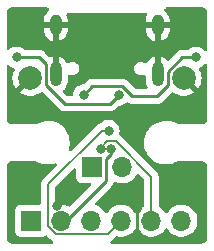
<source format=gbl>
G04 #@! TF.GenerationSoftware,KiCad,Pcbnew,7.0.7*
G04 #@! TF.CreationDate,2024-02-23T22:46:56+01:00*
G04 #@! TF.ProjectId,SL_USB-TypeC-Breakout,534c5f55-5342-42d5-9479-7065432d4272,v1.0*
G04 #@! TF.SameCoordinates,Original*
G04 #@! TF.FileFunction,Copper,L2,Bot*
G04 #@! TF.FilePolarity,Positive*
%FSLAX46Y46*%
G04 Gerber Fmt 4.6, Leading zero omitted, Abs format (unit mm)*
G04 Created by KiCad (PCBNEW 7.0.7) date 2024-02-23 22:46:56*
%MOMM*%
%LPD*%
G01*
G04 APERTURE LIST*
G04 #@! TA.AperFunction,ComponentPad*
%ADD10C,2.000000*%
G04 #@! TD*
G04 #@! TA.AperFunction,ComponentPad*
%ADD11R,1.700000X1.700000*%
G04 #@! TD*
G04 #@! TA.AperFunction,ComponentPad*
%ADD12O,1.700000X1.700000*%
G04 #@! TD*
G04 #@! TA.AperFunction,ComponentPad*
%ADD13O,1.000000X2.100000*%
G04 #@! TD*
G04 #@! TA.AperFunction,ComponentPad*
%ADD14O,1.000000X1.800000*%
G04 #@! TD*
G04 #@! TA.AperFunction,ViaPad*
%ADD15C,0.800000*%
G04 #@! TD*
G04 #@! TA.AperFunction,Conductor*
%ADD16C,0.200000*%
G04 #@! TD*
G04 #@! TA.AperFunction,Conductor*
%ADD17C,0.250000*%
G04 #@! TD*
G04 APERTURE END LIST*
D10*
X92350000Y-55466250D03*
D11*
X97600000Y-63000000D03*
D12*
X100140000Y-63000000D03*
D10*
X105350000Y-55466250D03*
D11*
X92450000Y-67533750D03*
D12*
X94990000Y-67533750D03*
X97530000Y-67533750D03*
X100070000Y-67533750D03*
X102610000Y-67533750D03*
X105150000Y-67533750D03*
D13*
X103150000Y-55146250D03*
D14*
X103150000Y-50966250D03*
D13*
X94510000Y-55146250D03*
D14*
X94510000Y-50966250D03*
D15*
X98999500Y-59899482D03*
X98324500Y-61500000D03*
X94600000Y-66300000D03*
X101400000Y-66500000D03*
X91200000Y-58500000D03*
X101400000Y-68700000D03*
X91100000Y-63400000D03*
X106600000Y-63400000D03*
X106600000Y-58500000D03*
X99174003Y-61500000D03*
X99855814Y-56882401D03*
X91200000Y-53700000D03*
X96875500Y-56895752D03*
X106400000Y-53700000D03*
D16*
X98400518Y-59899482D02*
X93840000Y-64460000D01*
X98999500Y-59899482D02*
X98400518Y-59899482D01*
X94513654Y-68683750D02*
X98920000Y-68683750D01*
X98920000Y-68683750D02*
X100070000Y-67533750D01*
X93840000Y-64460000D02*
X93840000Y-68010096D01*
X93840000Y-68010096D02*
X94513654Y-68683750D01*
X102610000Y-63810000D02*
X102610000Y-67533750D01*
X99600000Y-60800000D02*
X102610000Y-63810000D01*
X98324500Y-61500000D02*
X98324500Y-61359553D01*
X98324500Y-61359553D02*
X98884053Y-60800000D01*
X98884053Y-60800000D02*
X99600000Y-60800000D01*
D17*
X101400000Y-68700000D02*
X101400000Y-66500000D01*
X91200000Y-53700000D02*
X93130476Y-53700000D01*
X99174003Y-61925997D02*
X98775000Y-62325000D01*
X99117463Y-57620752D02*
X99855814Y-56882401D01*
X95267776Y-57620752D02*
X99117463Y-57620752D01*
X93130476Y-53700000D02*
X93685000Y-54254524D01*
X98775000Y-64175000D02*
X95416250Y-67533750D01*
X93685000Y-56037976D02*
X95267776Y-57620752D01*
X98775000Y-62325000D02*
X98775000Y-64175000D01*
X95416250Y-67533750D02*
X94990000Y-67533750D01*
X99174003Y-61500000D02*
X99174003Y-61925997D01*
X93685000Y-54254524D02*
X93685000Y-56037976D01*
X101000000Y-57000000D02*
X100157401Y-56157401D01*
X105242417Y-53700000D02*
X104025000Y-54917417D01*
X103100000Y-57000000D02*
X101000000Y-57000000D01*
X97613851Y-56157401D02*
X96875500Y-56895752D01*
X104025000Y-56075000D02*
X103100000Y-57000000D01*
X104025000Y-54917417D02*
X104025000Y-56075000D01*
X106400000Y-53700000D02*
X105242417Y-53700000D01*
X100157401Y-56157401D02*
X97613851Y-56157401D01*
G04 #@! TA.AperFunction,Conductor*
G36*
X92869550Y-62486435D02*
G01*
X92870916Y-62487325D01*
X92941910Y-62534294D01*
X93187176Y-62649270D01*
X93187183Y-62649272D01*
X93187185Y-62649273D01*
X93446557Y-62727307D01*
X93446564Y-62727308D01*
X93446569Y-62727310D01*
X93714561Y-62766750D01*
X93714566Y-62766750D01*
X93917636Y-62766750D01*
X93969133Y-62762980D01*
X94120156Y-62751927D01*
X94232758Y-62726843D01*
X94384546Y-62693032D01*
X94384549Y-62693030D01*
X94384553Y-62693030D01*
X94427286Y-62676685D01*
X94496934Y-62671122D01*
X94558533Y-62704096D01*
X94592527Y-62765138D01*
X94588122Y-62834869D01*
X94559265Y-62880184D01*
X93440801Y-63998649D01*
X93434698Y-64004000D01*
X93406013Y-64026012D01*
X93381522Y-64057929D01*
X93308476Y-64153123D01*
X93308475Y-64153125D01*
X93273238Y-64238197D01*
X93266266Y-64255030D01*
X93247162Y-64301150D01*
X93236672Y-64380834D01*
X93230957Y-64424241D01*
X93230955Y-64424254D01*
X93226250Y-64460000D01*
X93230969Y-64495843D01*
X93231500Y-64503945D01*
X93231500Y-66051250D01*
X93211815Y-66118289D01*
X93159011Y-66164044D01*
X93107500Y-66175250D01*
X91551345Y-66175250D01*
X91490797Y-66181761D01*
X91490795Y-66181761D01*
X91353795Y-66232861D01*
X91236739Y-66320489D01*
X91149111Y-66437545D01*
X91098011Y-66574545D01*
X91098011Y-66574547D01*
X91091500Y-66635095D01*
X91091500Y-68432404D01*
X91098011Y-68492952D01*
X91098011Y-68492954D01*
X91149110Y-68629954D01*
X91149111Y-68629954D01*
X91236739Y-68747011D01*
X91353796Y-68834639D01*
X91490799Y-68885739D01*
X91518050Y-68888668D01*
X91551345Y-68892249D01*
X91551362Y-68892250D01*
X93348638Y-68892250D01*
X93348654Y-68892249D01*
X93375692Y-68889341D01*
X93409201Y-68885739D01*
X93546204Y-68834639D01*
X93607616Y-68788666D01*
X93673078Y-68764249D01*
X93741352Y-68779100D01*
X93769607Y-68800252D01*
X94052309Y-69082954D01*
X94057650Y-69089044D01*
X94063492Y-69096657D01*
X94079664Y-69117734D01*
X94079665Y-69117735D01*
X94079667Y-69117737D01*
X94095814Y-69130127D01*
X94109938Y-69140965D01*
X94109962Y-69140985D01*
X94172140Y-69188695D01*
X94206778Y-69215274D01*
X94206780Y-69215274D01*
X94206782Y-69215276D01*
X94235542Y-69227189D01*
X94289946Y-69271030D01*
X94312011Y-69337324D01*
X94294732Y-69405023D01*
X94243595Y-69452634D01*
X94188090Y-69465750D01*
X90853482Y-69465750D01*
X90846542Y-69465360D01*
X90824180Y-69462841D01*
X90743921Y-69452243D01*
X90719205Y-69446354D01*
X90696239Y-69438318D01*
X90686110Y-69434774D01*
X90682864Y-69433536D01*
X90627552Y-69410626D01*
X90609034Y-69401060D01*
X90574928Y-69379631D01*
X90570169Y-69376321D01*
X90521516Y-69338992D01*
X90515412Y-69333639D01*
X90482591Y-69300821D01*
X90477239Y-69294718D01*
X90439900Y-69246064D01*
X90436595Y-69241312D01*
X90415162Y-69207208D01*
X90405597Y-69188695D01*
X90383772Y-69136017D01*
X90382674Y-69133366D01*
X90381446Y-69130151D01*
X90369872Y-69097084D01*
X90363975Y-69072328D01*
X90353123Y-68989962D01*
X90350891Y-68970164D01*
X90350500Y-68963212D01*
X90350500Y-62969734D01*
X90350891Y-62962781D01*
X90350940Y-62962344D01*
X90353537Y-62939315D01*
X90363872Y-62860646D01*
X90369775Y-62835844D01*
X90382089Y-62800664D01*
X90383297Y-62797499D01*
X90405326Y-62744327D01*
X90414885Y-62725827D01*
X90437214Y-62690295D01*
X90440504Y-62685567D01*
X90476744Y-62638344D01*
X90482078Y-62632261D01*
X90515998Y-62598344D01*
X90522081Y-62593011D01*
X90569332Y-62556758D01*
X90574020Y-62553497D01*
X90609575Y-62531158D01*
X90628062Y-62521608D01*
X90681231Y-62499586D01*
X90684455Y-62498357D01*
X90719635Y-62486048D01*
X90744397Y-62480152D01*
X90820990Y-62470068D01*
X90846982Y-62467139D01*
X90853928Y-62466750D01*
X92802511Y-62466750D01*
X92869550Y-62486435D01*
G37*
G04 #@! TD.AperFunction*
G04 #@! TA.AperFunction,Conductor*
G36*
X107262693Y-54207944D02*
G01*
X107320742Y-54246831D01*
X107348552Y-54310928D01*
X107349500Y-54326235D01*
X107349500Y-58949067D01*
X107344870Y-58982635D01*
X107344208Y-58984987D01*
X107316382Y-59075033D01*
X107305330Y-59100365D01*
X107288895Y-59128866D01*
X107286438Y-59132782D01*
X107248542Y-59188457D01*
X107234911Y-59205154D01*
X107207649Y-59233174D01*
X107201941Y-59238355D01*
X107147954Y-59281551D01*
X107141646Y-59285986D01*
X107108323Y-59306438D01*
X107089045Y-59316073D01*
X107026428Y-59340827D01*
X107022066Y-59342366D01*
X106990686Y-59352138D01*
X106963495Y-59357367D01*
X106867410Y-59364887D01*
X106858614Y-59365356D01*
X106854356Y-59365582D01*
X106846718Y-59365519D01*
X106822429Y-59363815D01*
X106821257Y-59364361D01*
X106802751Y-59365750D01*
X104897489Y-59365750D01*
X104830450Y-59346065D01*
X104829070Y-59345166D01*
X104821491Y-59340152D01*
X104807756Y-59331064D01*
X104758092Y-59298207D01*
X104730348Y-59285201D01*
X104512824Y-59183230D01*
X104512819Y-59183228D01*
X104512814Y-59183226D01*
X104253442Y-59105192D01*
X104253428Y-59105189D01*
X104137791Y-59088171D01*
X103985439Y-59065750D01*
X103782369Y-59065750D01*
X103782364Y-59065750D01*
X103579844Y-59080573D01*
X103579831Y-59080575D01*
X103315453Y-59139467D01*
X103315446Y-59139470D01*
X103062439Y-59236237D01*
X102826226Y-59368807D01*
X102826224Y-59368808D01*
X102826223Y-59368809D01*
X102763893Y-59416938D01*
X102611822Y-59534362D01*
X102423822Y-59729359D01*
X102423816Y-59729366D01*
X102266202Y-59949669D01*
X102266199Y-59949674D01*
X102142350Y-60190559D01*
X102142343Y-60190577D01*
X102054884Y-60446935D01*
X102054881Y-60446949D01*
X102005681Y-60713318D01*
X102005680Y-60713325D01*
X101995787Y-60984013D01*
X102025413Y-61253263D01*
X102025415Y-61253274D01*
X102093926Y-61515332D01*
X102093928Y-61515338D01*
X102199870Y-61764640D01*
X102272000Y-61882829D01*
X102340979Y-61995855D01*
X102340986Y-61995865D01*
X102514253Y-62204069D01*
X102514259Y-62204074D01*
X102715998Y-62384832D01*
X102941910Y-62534294D01*
X103187176Y-62649270D01*
X103187183Y-62649272D01*
X103187185Y-62649273D01*
X103446557Y-62727307D01*
X103446564Y-62727308D01*
X103446569Y-62727310D01*
X103714561Y-62766750D01*
X103714566Y-62766750D01*
X103917636Y-62766750D01*
X103969133Y-62762980D01*
X104120156Y-62751927D01*
X104232758Y-62726843D01*
X104384546Y-62693032D01*
X104384548Y-62693031D01*
X104384553Y-62693030D01*
X104637558Y-62596264D01*
X104840055Y-62482616D01*
X104900744Y-62466750D01*
X106846516Y-62466750D01*
X106853460Y-62467140D01*
X106855853Y-62467409D01*
X106875866Y-62469664D01*
X106956079Y-62480255D01*
X106980785Y-62486142D01*
X107013929Y-62497738D01*
X107017094Y-62498946D01*
X107072450Y-62521874D01*
X107090959Y-62531435D01*
X107104309Y-62539823D01*
X107125070Y-62552867D01*
X107129829Y-62556177D01*
X107178482Y-62593506D01*
X107184586Y-62598859D01*
X107217407Y-62631677D01*
X107222759Y-62637780D01*
X107260098Y-62686434D01*
X107263409Y-62691194D01*
X107284834Y-62725287D01*
X107294401Y-62743803D01*
X107317320Y-62799121D01*
X107318561Y-62802371D01*
X107330125Y-62835413D01*
X107336025Y-62860179D01*
X107346874Y-62942527D01*
X107349109Y-62962344D01*
X107349500Y-62969298D01*
X107349500Y-68962765D01*
X107349109Y-68969720D01*
X107346467Y-68993138D01*
X107336126Y-69071847D01*
X107330222Y-69096657D01*
X107317929Y-69131780D01*
X107316688Y-69135031D01*
X107294673Y-69188167D01*
X107285106Y-69206683D01*
X107262796Y-69242184D01*
X107259485Y-69246943D01*
X107223263Y-69294143D01*
X107217910Y-69300247D01*
X107184013Y-69334141D01*
X107177910Y-69339492D01*
X107130699Y-69375717D01*
X107125938Y-69379028D01*
X107090441Y-69401330D01*
X107071923Y-69410896D01*
X107018792Y-69432901D01*
X107015543Y-69434141D01*
X106980361Y-69446451D01*
X106955597Y-69452347D01*
X106878977Y-69462435D01*
X106871100Y-69463322D01*
X106853012Y-69465360D01*
X106846075Y-69465750D01*
X99245564Y-69465750D01*
X99178525Y-69446065D01*
X99132770Y-69393261D01*
X99122826Y-69324103D01*
X99151851Y-69260547D01*
X99198112Y-69227189D01*
X99226871Y-69215276D01*
X99226872Y-69215276D01*
X99226872Y-69215275D01*
X99226876Y-69215274D01*
X99322072Y-69142227D01*
X99322073Y-69142225D01*
X99330164Y-69136017D01*
X99330171Y-69136011D01*
X99337840Y-69130127D01*
X99353987Y-69117737D01*
X99376010Y-69089035D01*
X99381338Y-69082959D01*
X99586640Y-68877657D01*
X99647961Y-68844174D01*
X99714584Y-68848059D01*
X99735365Y-68855194D01*
X99957431Y-68892250D01*
X100182569Y-68892250D01*
X100404635Y-68855194D01*
X100617574Y-68782092D01*
X100815576Y-68674939D01*
X100993240Y-68536656D01*
X101145722Y-68371018D01*
X101236193Y-68232541D01*
X101289336Y-68187187D01*
X101358567Y-68177763D01*
X101421903Y-68207265D01*
X101443807Y-68232543D01*
X101534276Y-68371015D01*
X101534284Y-68371026D01*
X101686756Y-68536652D01*
X101686760Y-68536656D01*
X101864424Y-68674939D01*
X101864425Y-68674939D01*
X101864427Y-68674941D01*
X101941481Y-68716640D01*
X102062426Y-68782092D01*
X102275365Y-68855194D01*
X102497431Y-68892250D01*
X102722569Y-68892250D01*
X102944635Y-68855194D01*
X103157574Y-68782092D01*
X103355576Y-68674939D01*
X103533240Y-68536656D01*
X103685722Y-68371018D01*
X103776193Y-68232540D01*
X103829338Y-68187187D01*
X103898569Y-68177763D01*
X103961905Y-68207265D01*
X103983804Y-68232537D01*
X104074278Y-68371018D01*
X104074283Y-68371023D01*
X104074284Y-68371026D01*
X104226756Y-68536652D01*
X104226760Y-68536656D01*
X104404424Y-68674939D01*
X104404425Y-68674939D01*
X104404427Y-68674941D01*
X104481481Y-68716640D01*
X104602426Y-68782092D01*
X104815365Y-68855194D01*
X105037431Y-68892250D01*
X105262569Y-68892250D01*
X105484635Y-68855194D01*
X105697574Y-68782092D01*
X105895576Y-68674939D01*
X106073240Y-68536656D01*
X106225722Y-68371018D01*
X106348860Y-68182541D01*
X106439296Y-67976366D01*
X106494564Y-67758118D01*
X106513156Y-67533750D01*
X106494564Y-67309382D01*
X106439296Y-67091134D01*
X106348860Y-66884959D01*
X106332706Y-66860234D01*
X106225723Y-66696484D01*
X106225715Y-66696473D01*
X106073243Y-66530847D01*
X106073238Y-66530842D01*
X105895577Y-66392562D01*
X105895572Y-66392558D01*
X105697580Y-66285411D01*
X105697577Y-66285409D01*
X105697574Y-66285408D01*
X105697571Y-66285407D01*
X105697569Y-66285406D01*
X105484637Y-66212306D01*
X105262569Y-66175250D01*
X105037431Y-66175250D01*
X104815362Y-66212306D01*
X104602430Y-66285406D01*
X104602419Y-66285411D01*
X104404427Y-66392558D01*
X104404422Y-66392562D01*
X104226761Y-66530842D01*
X104226756Y-66530847D01*
X104074284Y-66696473D01*
X104074276Y-66696484D01*
X103983808Y-66834956D01*
X103930662Y-66880312D01*
X103861431Y-66889736D01*
X103798095Y-66860234D01*
X103776192Y-66834956D01*
X103685723Y-66696484D01*
X103685715Y-66696473D01*
X103533243Y-66530847D01*
X103533238Y-66530842D01*
X103355577Y-66392562D01*
X103355578Y-66392562D01*
X103355576Y-66392561D01*
X103345742Y-66387239D01*
X103283481Y-66353544D01*
X103233891Y-66304324D01*
X103218500Y-66244490D01*
X103218500Y-63853945D01*
X103219031Y-63845843D01*
X103220161Y-63837265D01*
X103223750Y-63810000D01*
X103218766Y-63772148D01*
X103218765Y-63772129D01*
X103218500Y-63770115D01*
X103202838Y-63651150D01*
X103177088Y-63588982D01*
X103141524Y-63503124D01*
X103120284Y-63475444D01*
X103067235Y-63406308D01*
X103067215Y-63406284D01*
X103062311Y-63399894D01*
X103043987Y-63376013D01*
X103043985Y-63376011D01*
X103043984Y-63376010D01*
X103027939Y-63363699D01*
X103015293Y-63353995D01*
X103009203Y-63348654D01*
X100061354Y-60400804D01*
X100056001Y-60394702D01*
X100054580Y-60392850D01*
X100033987Y-60366013D01*
X100002074Y-60341525D01*
X100002072Y-60341523D01*
X99918755Y-60277591D01*
X99877553Y-60221162D01*
X99873399Y-60151416D01*
X99876308Y-60140909D01*
X99893042Y-60089410D01*
X99913004Y-59899482D01*
X99893042Y-59709554D01*
X99834027Y-59527926D01*
X99738540Y-59362538D01*
X99610753Y-59220616D01*
X99456252Y-59108364D01*
X99281788Y-59030688D01*
X99281786Y-59030687D01*
X99094987Y-58990982D01*
X98904013Y-58990982D01*
X98717214Y-59030687D01*
X98717211Y-59030688D01*
X98717212Y-59030688D01*
X98549873Y-59105192D01*
X98542746Y-59108365D01*
X98388245Y-59220617D01*
X98350691Y-59262325D01*
X98291204Y-59298973D01*
X98274729Y-59302291D01*
X98241668Y-59306644D01*
X98093641Y-59367958D01*
X98067836Y-59387760D01*
X97998446Y-59441005D01*
X97998443Y-59441007D01*
X97989763Y-59447668D01*
X97966528Y-59465497D01*
X97944514Y-59494185D01*
X97939163Y-59500287D01*
X95810793Y-61628656D01*
X95749470Y-61662141D01*
X95679778Y-61657157D01*
X95623845Y-61615285D01*
X95599428Y-61549821D01*
X95605753Y-61500941D01*
X95645118Y-61385555D01*
X95694319Y-61119183D01*
X95704212Y-60848485D01*
X95674586Y-60579232D01*
X95606072Y-60317162D01*
X95500130Y-60067860D01*
X95359018Y-59836640D01*
X95269747Y-59729369D01*
X95185746Y-59628430D01*
X95185740Y-59628425D01*
X94984002Y-59447668D01*
X94758092Y-59298207D01*
X94730348Y-59285201D01*
X94512824Y-59183230D01*
X94512819Y-59183228D01*
X94512814Y-59183226D01*
X94253442Y-59105192D01*
X94253428Y-59105189D01*
X94137791Y-59088171D01*
X93985439Y-59065750D01*
X93782369Y-59065750D01*
X93782364Y-59065750D01*
X93579844Y-59080573D01*
X93579831Y-59080575D01*
X93315453Y-59139467D01*
X93315446Y-59139470D01*
X93062439Y-59236237D01*
X92859944Y-59349884D01*
X92799256Y-59365750D01*
X90897254Y-59365750D01*
X90888551Y-59363194D01*
X90853778Y-59365498D01*
X90846148Y-59365533D01*
X90830221Y-59364626D01*
X90736689Y-59356951D01*
X90709714Y-59351680D01*
X90677867Y-59341689D01*
X90673534Y-59340152D01*
X90611395Y-59315467D01*
X90592243Y-59305868D01*
X90558619Y-59285201D01*
X90552349Y-59280791D01*
X90498693Y-59237870D01*
X90493017Y-59232723D01*
X90465472Y-59204461D01*
X90451901Y-59187885D01*
X90418808Y-59139467D01*
X90414159Y-59132665D01*
X90411726Y-59128805D01*
X90394994Y-59099945D01*
X90383919Y-59074752D01*
X90357731Y-58990982D01*
X90356147Y-58985915D01*
X90350500Y-58948919D01*
X90350500Y-54437296D01*
X90370185Y-54370257D01*
X90422989Y-54324502D01*
X90492147Y-54314558D01*
X90555703Y-54343583D01*
X90566644Y-54354318D01*
X90588747Y-54378866D01*
X90743248Y-54491118D01*
X90917712Y-54568794D01*
X90932500Y-54571937D01*
X90940764Y-54573694D01*
X91002246Y-54606886D01*
X91036022Y-54668049D01*
X91031370Y-54737764D01*
X91028074Y-54745073D01*
X91028328Y-54745185D01*
X90926412Y-54977532D01*
X90865387Y-55218511D01*
X90865385Y-55218520D01*
X90844858Y-55466244D01*
X90844858Y-55466255D01*
X90865385Y-55713979D01*
X90865387Y-55713988D01*
X90926412Y-55954967D01*
X91026266Y-56182614D01*
X91126564Y-56336132D01*
X91741050Y-55721645D01*
X91802373Y-55688160D01*
X91872064Y-55693144D01*
X91927998Y-55735015D01*
X91933039Y-55742275D01*
X91942117Y-55756401D01*
X91968239Y-55797048D01*
X92083602Y-55897009D01*
X92081293Y-55899672D01*
X92116006Y-55939749D01*
X92125935Y-56008910D01*
X92096898Y-56072460D01*
X92090882Y-56078919D01*
X91479942Y-56689859D01*
X91526768Y-56726305D01*
X91526770Y-56726306D01*
X91745385Y-56844614D01*
X91745396Y-56844619D01*
X91980506Y-56925333D01*
X92225707Y-56966250D01*
X92474293Y-56966250D01*
X92719493Y-56925333D01*
X92954603Y-56844619D01*
X92954614Y-56844614D01*
X93173228Y-56726307D01*
X93173231Y-56726305D01*
X93257873Y-56660425D01*
X93322867Y-56634782D01*
X93391407Y-56648348D01*
X93421717Y-56670597D01*
X94760686Y-58009566D01*
X94770592Y-58021930D01*
X94770802Y-58021757D01*
X94775777Y-58027771D01*
X94826870Y-58075751D01*
X94848001Y-58096881D01*
X94848006Y-58096886D01*
X94853578Y-58101208D01*
X94858018Y-58105001D01*
X94892454Y-58137338D01*
X94910343Y-58147172D01*
X94926609Y-58157856D01*
X94942735Y-58170365D01*
X94986074Y-58189119D01*
X94991321Y-58191689D01*
X95032716Y-58214447D01*
X95052494Y-58219525D01*
X95070895Y-58225825D01*
X95089631Y-58233933D01*
X95134138Y-58240981D01*
X95136279Y-58241321D01*
X95141988Y-58242503D01*
X95187746Y-58254252D01*
X95208160Y-58254252D01*
X95227559Y-58255779D01*
X95247719Y-58258972D01*
X95294741Y-58254527D01*
X95300580Y-58254252D01*
X99033829Y-58254252D01*
X99049576Y-58255990D01*
X99049602Y-58255720D01*
X99057368Y-58256453D01*
X99057372Y-58256454D01*
X99127421Y-58254252D01*
X99157319Y-58254252D01*
X99157320Y-58254252D01*
X99158685Y-58254079D01*
X99164325Y-58253366D01*
X99170148Y-58252908D01*
X99196171Y-58252090D01*
X99217353Y-58251425D01*
X99227144Y-58248579D01*
X99236944Y-58245732D01*
X99256001Y-58241784D01*
X99276260Y-58239226D01*
X99320184Y-58221834D01*
X99325684Y-58219951D01*
X99371056Y-58206770D01*
X99388628Y-58196377D01*
X99406095Y-58187820D01*
X99425080Y-58180304D01*
X99463289Y-58152542D01*
X99468167Y-58149337D01*
X99508825Y-58125294D01*
X99523265Y-58110852D01*
X99538055Y-58098222D01*
X99554570Y-58086224D01*
X99584677Y-58049830D01*
X99588599Y-58045518D01*
X99806898Y-57827220D01*
X99868222Y-57793735D01*
X99894580Y-57790901D01*
X99951301Y-57790901D01*
X100138102Y-57751195D01*
X100312566Y-57673519D01*
X100467067Y-57561267D01*
X100480399Y-57546460D01*
X100539882Y-57509811D01*
X100609739Y-57511139D01*
X100632279Y-57520765D01*
X100642558Y-57526415D01*
X100658829Y-57537102D01*
X100674960Y-57549615D01*
X100696838Y-57559081D01*
X100718307Y-57568371D01*
X100723533Y-57570931D01*
X100764940Y-57593695D01*
X100784716Y-57598772D01*
X100803124Y-57605075D01*
X100821850Y-57613179D01*
X100821852Y-57613180D01*
X100821853Y-57613180D01*
X100821855Y-57613181D01*
X100862784Y-57619663D01*
X100868503Y-57620569D01*
X100874212Y-57621751D01*
X100919970Y-57633500D01*
X100940384Y-57633500D01*
X100959783Y-57635027D01*
X100979943Y-57638220D01*
X101026965Y-57633775D01*
X101032804Y-57633500D01*
X103016366Y-57633500D01*
X103032113Y-57635238D01*
X103032139Y-57634968D01*
X103039905Y-57635701D01*
X103039909Y-57635702D01*
X103109958Y-57633500D01*
X103139856Y-57633500D01*
X103139857Y-57633500D01*
X103141222Y-57633327D01*
X103146862Y-57632614D01*
X103152685Y-57632156D01*
X103178708Y-57631338D01*
X103199890Y-57630673D01*
X103209681Y-57627827D01*
X103219481Y-57624980D01*
X103238538Y-57621032D01*
X103258797Y-57618474D01*
X103302721Y-57601082D01*
X103308221Y-57599199D01*
X103353593Y-57586018D01*
X103371165Y-57575625D01*
X103388632Y-57567068D01*
X103407617Y-57559552D01*
X103445826Y-57531790D01*
X103450704Y-57528585D01*
X103491362Y-57504542D01*
X103505802Y-57490100D01*
X103520592Y-57477470D01*
X103537107Y-57465472D01*
X103567222Y-57429067D01*
X103571136Y-57424766D01*
X104304727Y-56691175D01*
X104366046Y-56657693D01*
X104435737Y-56662677D01*
X104468567Y-56681006D01*
X104526763Y-56726302D01*
X104526768Y-56726305D01*
X104745385Y-56844614D01*
X104745396Y-56844619D01*
X104980506Y-56925333D01*
X105225707Y-56966250D01*
X105474293Y-56966250D01*
X105719493Y-56925333D01*
X105954603Y-56844619D01*
X105954614Y-56844614D01*
X106173228Y-56726307D01*
X106173231Y-56726305D01*
X106220056Y-56689859D01*
X105609116Y-56078919D01*
X105575631Y-56017596D01*
X105580615Y-55947904D01*
X105617641Y-55898443D01*
X105616398Y-55897009D01*
X105623100Y-55891202D01*
X105731761Y-55797048D01*
X105766954Y-55742287D01*
X105819755Y-55696533D01*
X105888914Y-55686589D01*
X105952470Y-55715613D01*
X105958949Y-55721646D01*
X106573434Y-56336132D01*
X106673731Y-56182619D01*
X106773587Y-55954967D01*
X106834612Y-55713988D01*
X106834614Y-55713979D01*
X106855141Y-55466255D01*
X106855141Y-55466244D01*
X106834614Y-55218520D01*
X106834612Y-55218511D01*
X106773587Y-54977532D01*
X106673732Y-54749882D01*
X106663639Y-54734433D01*
X106643451Y-54667544D01*
X106662632Y-54600358D01*
X106715091Y-54554208D01*
X106716869Y-54553397D01*
X106856752Y-54491118D01*
X107011253Y-54378866D01*
X107133350Y-54243262D01*
X107192836Y-54206614D01*
X107262693Y-54207944D01*
G37*
G04 #@! TD.AperFunction*
G04 #@! TA.AperFunction,Conductor*
G36*
X101521007Y-63586145D02*
G01*
X101543229Y-63603778D01*
X101965181Y-64025729D01*
X101998666Y-64087052D01*
X102001500Y-64113410D01*
X102001500Y-66244490D01*
X101981815Y-66311529D01*
X101936519Y-66353544D01*
X101864427Y-66392559D01*
X101864422Y-66392562D01*
X101686761Y-66530842D01*
X101686756Y-66530847D01*
X101534284Y-66696473D01*
X101534276Y-66696484D01*
X101443807Y-66834956D01*
X101390660Y-66880313D01*
X101321429Y-66889736D01*
X101258093Y-66860233D01*
X101236191Y-66834956D01*
X101145722Y-66696482D01*
X101145717Y-66696477D01*
X101145715Y-66696473D01*
X100993243Y-66530847D01*
X100993238Y-66530842D01*
X100815577Y-66392562D01*
X100815572Y-66392558D01*
X100617580Y-66285411D01*
X100617577Y-66285409D01*
X100617574Y-66285408D01*
X100617571Y-66285407D01*
X100617569Y-66285406D01*
X100404637Y-66212306D01*
X100182569Y-66175250D01*
X99957431Y-66175250D01*
X99735362Y-66212306D01*
X99522430Y-66285406D01*
X99522419Y-66285411D01*
X99324427Y-66392558D01*
X99324422Y-66392562D01*
X99146761Y-66530842D01*
X99146756Y-66530847D01*
X98994284Y-66696473D01*
X98994276Y-66696484D01*
X98903808Y-66834956D01*
X98850662Y-66880312D01*
X98781431Y-66889736D01*
X98718095Y-66860234D01*
X98696192Y-66834956D01*
X98605723Y-66696484D01*
X98605715Y-66696473D01*
X98453243Y-66530847D01*
X98453238Y-66530842D01*
X98275577Y-66392562D01*
X98275572Y-66392558D01*
X98077580Y-66285411D01*
X98077577Y-66285409D01*
X98077574Y-66285408D01*
X98077571Y-66285407D01*
X98077569Y-66285406D01*
X97880523Y-66217760D01*
X97823508Y-66177375D01*
X97797377Y-66112575D01*
X97810428Y-66043935D01*
X97833102Y-66012801D01*
X99163817Y-64682086D01*
X99176178Y-64672185D01*
X99176004Y-64671975D01*
X99182013Y-64667002D01*
X99182018Y-64667000D01*
X99229983Y-64615921D01*
X99251135Y-64594770D01*
X99255461Y-64589192D01*
X99259250Y-64584755D01*
X99291586Y-64550321D01*
X99301419Y-64532432D01*
X99312102Y-64516169D01*
X99324614Y-64500041D01*
X99343371Y-64456691D01*
X99345941Y-64451447D01*
X99368693Y-64410064D01*
X99368693Y-64410063D01*
X99368695Y-64410060D01*
X99373774Y-64390273D01*
X99380070Y-64371885D01*
X99388181Y-64353145D01*
X99392186Y-64327851D01*
X99422115Y-64264718D01*
X99481426Y-64227787D01*
X99551289Y-64228783D01*
X99573674Y-64238194D01*
X99589173Y-64246581D01*
X99592418Y-64248338D01*
X99592426Y-64248342D01*
X99805365Y-64321444D01*
X100027431Y-64358500D01*
X100252569Y-64358500D01*
X100474635Y-64321444D01*
X100687574Y-64248342D01*
X100885576Y-64141189D01*
X101063240Y-64002906D01*
X101215722Y-63837268D01*
X101338860Y-63648791D01*
X101341991Y-63641652D01*
X101386944Y-63588166D01*
X101453679Y-63567473D01*
X101521007Y-63586145D01*
G37*
G04 #@! TD.AperFunction*
G04 #@! TA.AperFunction,Conductor*
G36*
X96160833Y-63102229D02*
G01*
X96216766Y-63144101D01*
X96241183Y-63209565D01*
X96241499Y-63218411D01*
X96241499Y-63898637D01*
X96241500Y-63898654D01*
X96248011Y-63959202D01*
X96248011Y-63959204D01*
X96284835Y-64057929D01*
X96299111Y-64096204D01*
X96386739Y-64213261D01*
X96503796Y-64300889D01*
X96640799Y-64351989D01*
X96668050Y-64354918D01*
X96701345Y-64358499D01*
X96701362Y-64358500D01*
X97396234Y-64358500D01*
X97463273Y-64378185D01*
X97509028Y-64430989D01*
X97518972Y-64500147D01*
X97489947Y-64563703D01*
X97483915Y-64570181D01*
X95752913Y-66301180D01*
X95691590Y-66334665D01*
X95621898Y-66329681D01*
X95606215Y-66322554D01*
X95537580Y-66285411D01*
X95537577Y-66285409D01*
X95537574Y-66285408D01*
X95537571Y-66285407D01*
X95537569Y-66285406D01*
X95324637Y-66212306D01*
X95102569Y-66175250D01*
X94877431Y-66175250D01*
X94655363Y-66212306D01*
X94612761Y-66226931D01*
X94542963Y-66230080D01*
X94482542Y-66194993D01*
X94450682Y-66132810D01*
X94448500Y-66109649D01*
X94448500Y-64763411D01*
X94468185Y-64696372D01*
X94484819Y-64675730D01*
X95201348Y-63959201D01*
X96029820Y-63130728D01*
X96091141Y-63097245D01*
X96160833Y-63102229D01*
G37*
G04 #@! TD.AperFunction*
G04 #@! TA.AperFunction,Conductor*
G36*
X93865469Y-49486435D02*
G01*
X93886110Y-49503068D01*
X93944361Y-49561319D01*
X93977847Y-49622641D01*
X93972863Y-49692333D01*
X93930992Y-49748266D01*
X93922275Y-49754230D01*
X93894737Y-49771394D01*
X93894737Y-49771395D01*
X93747331Y-49911514D01*
X93747330Y-49911516D01*
X93631143Y-50078445D01*
X93550940Y-50265342D01*
X93510000Y-50464559D01*
X93510000Y-50716250D01*
X94086000Y-50716250D01*
X94153039Y-50735935D01*
X94198794Y-50788739D01*
X94210000Y-50840250D01*
X94210000Y-51092250D01*
X94190315Y-51159289D01*
X94137511Y-51205044D01*
X94086000Y-51216250D01*
X93510000Y-51216250D01*
X93510000Y-51416963D01*
X93525418Y-51568588D01*
X93586299Y-51762631D01*
X93586304Y-51762641D01*
X93685005Y-51940465D01*
X93685005Y-51940466D01*
X93817478Y-52094780D01*
X93817479Y-52094781D01*
X93978304Y-52219268D01*
X94160907Y-52308839D01*
X94260000Y-52334494D01*
X94260000Y-51771228D01*
X94279685Y-51704189D01*
X94332489Y-51658434D01*
X94401647Y-51648490D01*
X94417926Y-51651959D01*
X94481840Y-51670145D01*
X94593521Y-51659796D01*
X94593526Y-51659793D01*
X94602063Y-51657365D01*
X94671930Y-51657951D01*
X94730390Y-51696216D01*
X94758881Y-51760013D01*
X94760000Y-51776631D01*
X94760000Y-52339616D01*
X94761944Y-52339319D01*
X94761945Y-52339319D01*
X94952660Y-52268686D01*
X94952664Y-52268684D01*
X95125267Y-52161100D01*
X95272668Y-52020985D01*
X95272669Y-52020983D01*
X95388856Y-51854054D01*
X95469059Y-51667157D01*
X95510000Y-51467940D01*
X95510000Y-51216250D01*
X94934000Y-51216250D01*
X94866961Y-51196565D01*
X94821206Y-51143761D01*
X94810000Y-51092250D01*
X94810000Y-50840250D01*
X94829685Y-50773211D01*
X94882489Y-50727456D01*
X94934000Y-50716250D01*
X95510000Y-50716250D01*
X95510000Y-50515536D01*
X95494581Y-50363911D01*
X95433700Y-50169868D01*
X95433695Y-50169856D01*
X95423188Y-50150926D01*
X95407866Y-50082758D01*
X95431831Y-50017126D01*
X95487474Y-49974870D01*
X95531608Y-49966750D01*
X102130928Y-49966750D01*
X102197967Y-49986435D01*
X102243722Y-50039239D01*
X102253666Y-50108397D01*
X102244879Y-50139650D01*
X102190940Y-50265342D01*
X102150000Y-50464559D01*
X102150000Y-50716250D01*
X102726000Y-50716250D01*
X102793039Y-50735935D01*
X102838794Y-50788739D01*
X102850000Y-50840250D01*
X102850000Y-51092250D01*
X102830315Y-51159289D01*
X102777511Y-51205044D01*
X102726000Y-51216250D01*
X102150000Y-51216250D01*
X102150000Y-51416963D01*
X102165418Y-51568588D01*
X102226299Y-51762631D01*
X102226304Y-51762641D01*
X102325005Y-51940465D01*
X102325005Y-51940466D01*
X102457478Y-52094780D01*
X102457479Y-52094781D01*
X102618304Y-52219268D01*
X102800907Y-52308839D01*
X102900000Y-52334494D01*
X102900000Y-51771228D01*
X102919685Y-51704189D01*
X102972489Y-51658434D01*
X103041647Y-51648490D01*
X103057926Y-51651959D01*
X103121840Y-51670145D01*
X103233521Y-51659796D01*
X103233526Y-51659793D01*
X103242063Y-51657365D01*
X103311930Y-51657951D01*
X103370390Y-51696216D01*
X103398881Y-51760013D01*
X103400000Y-51776631D01*
X103400000Y-52339616D01*
X103401944Y-52339319D01*
X103401945Y-52339319D01*
X103592660Y-52268686D01*
X103592664Y-52268684D01*
X103765267Y-52161100D01*
X103912668Y-52020985D01*
X103912669Y-52020983D01*
X104028856Y-51854054D01*
X104109059Y-51667157D01*
X104150000Y-51467940D01*
X104150000Y-51216250D01*
X103574000Y-51216250D01*
X103506961Y-51196565D01*
X103461206Y-51143761D01*
X103450000Y-51092250D01*
X103450000Y-50840250D01*
X103469685Y-50773211D01*
X103522489Y-50727456D01*
X103574000Y-50716250D01*
X104150000Y-50716250D01*
X104150000Y-50515536D01*
X104134581Y-50363911D01*
X104073700Y-50169868D01*
X104073695Y-50169858D01*
X103974994Y-49992034D01*
X103974994Y-49992033D01*
X103842521Y-49837719D01*
X103842520Y-49837718D01*
X103749081Y-49765392D01*
X103708117Y-49708791D01*
X103704256Y-49639028D01*
X103737298Y-49579658D01*
X103813890Y-49503066D01*
X103875212Y-49469584D01*
X103901569Y-49466750D01*
X106846516Y-49466750D01*
X106853460Y-49467140D01*
X106855853Y-49467409D01*
X106875866Y-49469664D01*
X106956079Y-49480255D01*
X106980785Y-49486142D01*
X107013929Y-49497738D01*
X107017094Y-49498946D01*
X107072450Y-49521874D01*
X107090959Y-49531435D01*
X107104309Y-49539823D01*
X107125070Y-49552867D01*
X107129829Y-49556177D01*
X107178482Y-49593506D01*
X107184586Y-49598859D01*
X107217407Y-49631677D01*
X107222759Y-49637780D01*
X107260098Y-49686434D01*
X107263409Y-49691194D01*
X107284834Y-49725287D01*
X107294401Y-49743803D01*
X107317320Y-49799121D01*
X107318561Y-49802371D01*
X107330125Y-49835413D01*
X107336025Y-49860179D01*
X107346874Y-49942531D01*
X107349109Y-49962350D01*
X107349499Y-49969300D01*
X107349500Y-53073764D01*
X107329815Y-53140803D01*
X107277011Y-53186558D01*
X107207853Y-53196502D01*
X107144297Y-53167477D01*
X107133350Y-53156736D01*
X107011254Y-53021135D01*
X106856753Y-52908883D01*
X106856752Y-52908882D01*
X106682288Y-52831206D01*
X106682286Y-52831205D01*
X106495487Y-52791500D01*
X106304513Y-52791500D01*
X106117714Y-52831205D01*
X105943246Y-52908883D01*
X105788745Y-53021135D01*
X105784840Y-53025473D01*
X105725354Y-53062121D01*
X105692691Y-53066500D01*
X105326049Y-53066500D01*
X105310297Y-53064760D01*
X105310272Y-53065032D01*
X105302510Y-53064298D01*
X105302509Y-53064298D01*
X105232446Y-53066500D01*
X105202561Y-53066500D01*
X105202558Y-53066500D01*
X105202546Y-53066501D01*
X105195554Y-53067384D01*
X105189737Y-53067841D01*
X105142528Y-53069325D01*
X105142526Y-53069326D01*
X105122913Y-53075023D01*
X105103876Y-53078965D01*
X105083625Y-53081524D01*
X105083619Y-53081526D01*
X105039716Y-53098907D01*
X105034192Y-53100798D01*
X104988823Y-53113981D01*
X104988818Y-53113983D01*
X104971244Y-53124376D01*
X104953779Y-53132932D01*
X104934804Y-53140445D01*
X104934802Y-53140446D01*
X104896593Y-53168206D01*
X104891711Y-53171412D01*
X104851052Y-53195458D01*
X104836617Y-53209894D01*
X104821829Y-53222525D01*
X104805311Y-53234526D01*
X104805305Y-53234532D01*
X104775197Y-53270925D01*
X104771266Y-53275246D01*
X104092463Y-53954046D01*
X104031140Y-53987531D01*
X103961448Y-53982547D01*
X103910695Y-53947135D01*
X103842517Y-53867716D01*
X103681695Y-53743231D01*
X103499093Y-53653661D01*
X103399999Y-53628003D01*
X103400000Y-54191271D01*
X103380315Y-54258310D01*
X103327511Y-54304065D01*
X103258353Y-54314009D01*
X103242066Y-54310537D01*
X103178162Y-54292355D01*
X103178162Y-54292354D01*
X103066478Y-54302703D01*
X103057929Y-54305136D01*
X102988061Y-54304546D01*
X102929604Y-54266277D01*
X102901117Y-54202479D01*
X102899999Y-54185868D01*
X102899999Y-53622883D01*
X102899998Y-53622882D01*
X102898063Y-53623179D01*
X102898049Y-53623182D01*
X102707342Y-53693812D01*
X102707335Y-53693815D01*
X102534732Y-53801399D01*
X102387331Y-53941514D01*
X102387330Y-53941516D01*
X102271143Y-54108446D01*
X102258076Y-54138895D01*
X102213548Y-54192738D01*
X102146980Y-54213960D01*
X102079505Y-54195824D01*
X102068640Y-54188369D01*
X102010233Y-54143552D01*
X102010230Y-54143550D01*
X101894776Y-54095728D01*
X101870236Y-54085563D01*
X101856171Y-54083711D01*
X101757727Y-54070750D01*
X101757720Y-54070750D01*
X101682280Y-54070750D01*
X101682272Y-54070750D01*
X101569764Y-54085563D01*
X101569763Y-54085563D01*
X101429770Y-54143550D01*
X101429767Y-54143551D01*
X101429767Y-54143552D01*
X101309549Y-54235799D01*
X101218601Y-54354325D01*
X101217300Y-54356020D01*
X101159313Y-54496013D01*
X101159312Y-54496015D01*
X101139534Y-54646249D01*
X101139534Y-54646250D01*
X101159312Y-54796484D01*
X101159313Y-54796486D01*
X101201096Y-54897360D01*
X101217302Y-54936483D01*
X101309549Y-55056701D01*
X101429767Y-55148948D01*
X101569764Y-55206937D01*
X101682280Y-55221750D01*
X101682287Y-55221750D01*
X101757713Y-55221750D01*
X101757720Y-55221750D01*
X101870236Y-55206937D01*
X101978546Y-55162073D01*
X102048017Y-55154604D01*
X102110496Y-55185879D01*
X102146148Y-55245968D01*
X102150000Y-55276634D01*
X102150000Y-55746963D01*
X102165418Y-55898588D01*
X102226299Y-56092631D01*
X102226304Y-56092641D01*
X102276081Y-56182322D01*
X102291404Y-56250491D01*
X102267440Y-56316123D01*
X102211798Y-56358379D01*
X102167662Y-56366500D01*
X101313766Y-56366500D01*
X101246727Y-56346815D01*
X101226085Y-56330181D01*
X100664492Y-55768588D01*
X100654589Y-55756226D01*
X100654379Y-55756401D01*
X100649404Y-55750389D01*
X100649401Y-55750383D01*
X100618798Y-55721645D01*
X100598322Y-55702416D01*
X100577169Y-55681264D01*
X100575193Y-55679732D01*
X100571584Y-55676932D01*
X100567151Y-55673145D01*
X100532722Y-55640815D01*
X100532720Y-55640813D01*
X100514832Y-55630979D01*
X100498571Y-55620298D01*
X100482440Y-55607785D01*
X100439094Y-55589028D01*
X100433846Y-55586457D01*
X100406423Y-55571382D01*
X100392461Y-55563706D01*
X100389061Y-55562833D01*
X100372688Y-55558629D01*
X100354282Y-55552327D01*
X100335545Y-55544219D01*
X100335547Y-55544219D01*
X100288897Y-55536831D01*
X100283182Y-55535647D01*
X100263013Y-55530469D01*
X100237433Y-55523901D01*
X100237431Y-55523901D01*
X100217017Y-55523901D01*
X100197618Y-55522374D01*
X100177459Y-55519181D01*
X100177458Y-55519181D01*
X100130435Y-55523626D01*
X100124597Y-55523901D01*
X97697485Y-55523901D01*
X97681737Y-55522162D01*
X97681712Y-55522433D01*
X97673945Y-55521699D01*
X97673942Y-55521699D01*
X97603893Y-55523901D01*
X97573988Y-55523901D01*
X97566994Y-55524785D01*
X97561171Y-55525243D01*
X97513963Y-55526727D01*
X97513960Y-55526728D01*
X97494357Y-55532423D01*
X97475309Y-55536367D01*
X97455054Y-55538927D01*
X97441685Y-55544220D01*
X97411136Y-55556314D01*
X97405610Y-55558206D01*
X97360258Y-55571382D01*
X97342684Y-55581775D01*
X97325223Y-55590329D01*
X97306237Y-55597847D01*
X97306235Y-55597848D01*
X97268023Y-55625609D01*
X97263141Y-55628816D01*
X97222488Y-55652858D01*
X97208052Y-55667295D01*
X97193266Y-55679924D01*
X97176744Y-55691929D01*
X97176742Y-55691930D01*
X97176742Y-55691931D01*
X97176740Y-55691933D01*
X97146632Y-55728326D01*
X97142700Y-55732646D01*
X97099776Y-55775571D01*
X96924413Y-55950934D01*
X96863093Y-55984418D01*
X96836734Y-55987252D01*
X96780013Y-55987252D01*
X96593214Y-56026957D01*
X96593211Y-56026958D01*
X96593212Y-56026958D01*
X96440259Y-56095057D01*
X96418746Y-56104635D01*
X96264245Y-56216887D01*
X96136459Y-56358809D01*
X96040973Y-56524195D01*
X96040970Y-56524202D01*
X95981959Y-56705820D01*
X95981958Y-56705824D01*
X95964050Y-56876214D01*
X95937465Y-56940828D01*
X95880168Y-56980813D01*
X95840729Y-56987252D01*
X95581543Y-56987252D01*
X95514504Y-56967567D01*
X95493862Y-56950933D01*
X95168423Y-56625494D01*
X95134938Y-56564171D01*
X95139922Y-56494479D01*
X95170673Y-56447938D01*
X95272668Y-56350984D01*
X95272669Y-56350983D01*
X95388856Y-56184054D01*
X95469059Y-55997157D01*
X95510000Y-55797940D01*
X95510000Y-55276634D01*
X95529685Y-55209595D01*
X95582489Y-55163840D01*
X95651647Y-55153896D01*
X95681454Y-55162073D01*
X95789764Y-55206937D01*
X95902280Y-55221750D01*
X95902287Y-55221750D01*
X95977713Y-55221750D01*
X95977720Y-55221750D01*
X96090236Y-55206937D01*
X96230233Y-55148948D01*
X96350451Y-55056701D01*
X96442698Y-54936483D01*
X96500687Y-54796486D01*
X96520466Y-54646250D01*
X96500687Y-54496014D01*
X96442698Y-54356017D01*
X96350451Y-54235799D01*
X96230233Y-54143552D01*
X96230229Y-54143550D01*
X96114776Y-54095728D01*
X96090236Y-54085563D01*
X96076171Y-54083711D01*
X95977727Y-54070750D01*
X95977720Y-54070750D01*
X95902280Y-54070750D01*
X95902272Y-54070750D01*
X95789764Y-54085563D01*
X95789763Y-54085563D01*
X95649769Y-54143550D01*
X95649766Y-54143552D01*
X95590421Y-54189089D01*
X95525251Y-54214283D01*
X95456807Y-54200244D01*
X95406817Y-54151430D01*
X95406516Y-54150890D01*
X95334997Y-54022038D01*
X95334994Y-54022033D01*
X95202521Y-53867719D01*
X95202520Y-53867718D01*
X95041695Y-53743231D01*
X94859093Y-53653661D01*
X94759999Y-53628003D01*
X94760000Y-54191271D01*
X94740315Y-54258310D01*
X94687511Y-54304065D01*
X94618353Y-54314009D01*
X94602066Y-54310537D01*
X94538162Y-54292355D01*
X94538161Y-54292354D01*
X94451873Y-54300350D01*
X94383304Y-54286935D01*
X94332872Y-54238577D01*
X94316494Y-54180772D01*
X94315673Y-54154634D01*
X94309977Y-54135032D01*
X94306032Y-54115981D01*
X94303474Y-54095727D01*
X94293585Y-54070750D01*
X94286086Y-54051810D01*
X94284193Y-54046281D01*
X94278148Y-54025474D01*
X94271018Y-54000931D01*
X94271015Y-54000926D01*
X94270194Y-53999027D01*
X94269523Y-53995790D01*
X94268841Y-53993440D01*
X94269026Y-53993386D01*
X94260000Y-53949790D01*
X94259999Y-53622883D01*
X94258054Y-53623181D01*
X94107475Y-53678949D01*
X94037772Y-53683772D01*
X93976729Y-53650348D01*
X93637564Y-53311183D01*
X93627663Y-53298823D01*
X93627453Y-53298998D01*
X93622478Y-53292986D01*
X93622476Y-53292982D01*
X93596134Y-53268245D01*
X93571398Y-53245016D01*
X93550244Y-53223863D01*
X93548268Y-53222331D01*
X93544659Y-53219531D01*
X93540226Y-53215744D01*
X93505797Y-53183414D01*
X93505795Y-53183412D01*
X93487907Y-53173578D01*
X93471646Y-53162897D01*
X93455515Y-53150384D01*
X93412169Y-53131627D01*
X93406921Y-53129056D01*
X93379498Y-53113981D01*
X93365536Y-53106305D01*
X93362136Y-53105432D01*
X93345763Y-53101228D01*
X93327357Y-53094926D01*
X93308620Y-53086818D01*
X93308622Y-53086818D01*
X93261972Y-53079430D01*
X93256257Y-53078246D01*
X93236088Y-53073068D01*
X93210508Y-53066500D01*
X93210506Y-53066500D01*
X93190092Y-53066500D01*
X93170693Y-53064973D01*
X93150534Y-53061780D01*
X93150533Y-53061780D01*
X93103510Y-53066225D01*
X93097672Y-53066500D01*
X91907309Y-53066500D01*
X91840270Y-53046815D01*
X91815160Y-53025473D01*
X91811254Y-53021135D01*
X91656753Y-52908883D01*
X91656752Y-52908882D01*
X91482288Y-52831206D01*
X91482286Y-52831205D01*
X91295487Y-52791500D01*
X91104513Y-52791500D01*
X90917714Y-52831205D01*
X90743246Y-52908883D01*
X90588744Y-53021136D01*
X90566647Y-53045677D01*
X90507160Y-53082324D01*
X90437303Y-53080993D01*
X90379255Y-53042105D01*
X90351447Y-52978007D01*
X90350499Y-52962717D01*
X90350499Y-49969733D01*
X90350890Y-49962781D01*
X90350939Y-49962350D01*
X90353529Y-49939382D01*
X90363872Y-49860646D01*
X90369773Y-49835849D01*
X90382084Y-49800676D01*
X90383297Y-49797498D01*
X90405326Y-49744327D01*
X90414885Y-49725827D01*
X90437214Y-49690295D01*
X90440504Y-49685567D01*
X90476744Y-49638344D01*
X90482078Y-49632261D01*
X90515998Y-49598344D01*
X90522081Y-49593011D01*
X90569332Y-49556758D01*
X90574020Y-49553497D01*
X90609575Y-49531158D01*
X90628062Y-49521608D01*
X90681231Y-49499586D01*
X90684455Y-49498357D01*
X90719635Y-49486048D01*
X90744397Y-49480152D01*
X90820990Y-49470068D01*
X90846982Y-49467139D01*
X90853928Y-49466750D01*
X93798430Y-49466750D01*
X93865469Y-49486435D01*
G37*
G04 #@! TD.AperFunction*
M02*

</source>
